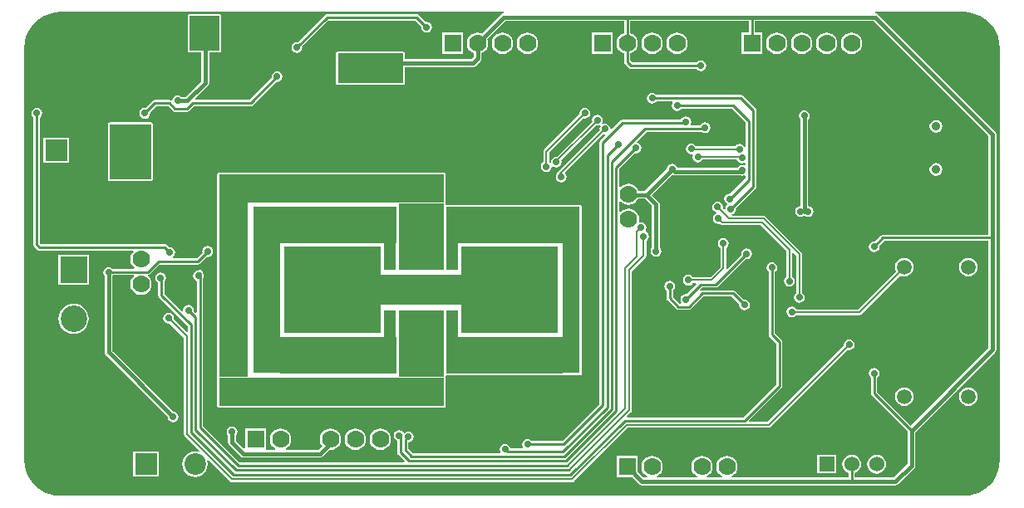
<source format=gbl>
%FSLAX43Y43*%
%MOMM*%
G71*
G01*
G75*
G04 Layer_Physical_Order=2*
G04 Layer_Color=16711680*
%ADD10R,1.270X0.508*%
%ADD11R,0.762X0.762*%
%ADD12R,2.160X2.500*%
%ADD13R,0.762X0.762*%
%ADD14R,2.300X0.500*%
%ADD15R,2.500X2.000*%
%ADD16R,6.200X5.800*%
%ADD17R,3.000X1.600*%
G04:AMPARAMS|DCode=18|XSize=2.5mm|YSize=1.7mm|CornerRadius=0.212mm|HoleSize=0mm|Usage=FLASHONLY|Rotation=90.000|XOffset=0mm|YOffset=0mm|HoleType=Round|Shape=RoundedRectangle|*
%AMROUNDEDRECTD18*
21,1,2.500,1.275,0,0,90.0*
21,1,2.075,1.700,0,0,90.0*
1,1,0.425,0.637,1.038*
1,1,0.425,0.637,-1.038*
1,1,0.425,-0.637,-1.038*
1,1,0.425,-0.637,1.038*
%
%ADD18ROUNDEDRECTD18*%
%ADD19R,1.524X1.524*%
%ADD20R,2.032X3.175*%
%ADD21R,1.000X1.000*%
%ADD22R,1.016X1.270*%
%ADD23R,3.500X2.200*%
%ADD24R,1.200X2.200*%
%ADD25R,1.100X0.600*%
%ADD26O,0.650X1.650*%
%ADD27R,5.600X2.100*%
%ADD28O,1.450X0.300*%
%ADD29O,0.300X1.450*%
%ADD30R,1.200X0.750*%
%ADD31R,1.700X2.500*%
%ADD32O,0.800X0.350*%
%ADD33R,4.400X1.900*%
%ADD34R,1.000X0.750*%
%ADD35C,0.203*%
%ADD36C,0.254*%
%ADD37C,0.406*%
%ADD38C,0.762*%
%ADD39C,0.508*%
%ADD40R,1.702X1.270*%
%ADD41R,2.667X3.302*%
%ADD42R,4.318X4.953*%
%ADD43R,2.667X15.240*%
%ADD44R,4.953X5.588*%
%ADD45R,6.604X3.556*%
%ADD46R,2.540X2.540*%
%ADD47R,1.219X0.635*%
%ADD48R,12.192X5.588*%
%ADD49R,9.119X4.715*%
%ADD50R,10.160X2.286*%
%ADD51R,4.826X5.588*%
%ADD52R,1.270X9.652*%
%ADD53R,10.262X8.890*%
%ADD54R,9.906X8.890*%
%ADD55R,1.270X13.589*%
%ADD56R,11.430X3.683*%
%ADD57R,11.836X3.683*%
%ADD58R,11.811X3.683*%
%ADD59R,1.270X11.303*%
%ADD60R,2.540X5.842*%
%ADD61R,4.064X14.732*%
%ADD62R,12.040X3.708*%
%ADD63R,2.413X8.128*%
%ADD64R,4.064X12.294*%
%ADD65R,37.160X3.708*%
%ADD66R,4.064X3.683*%
%ADD67R,2.413X3.175*%
%ADD68R,2.921X13.589*%
%ADD69R,4.826X4.064*%
%ADD70R,2.921X21.234*%
%ADD71R,0.889X0.762*%
%ADD72R,3.048X3.556*%
%ADD73R,5.461X3.302*%
%ADD74R,9.271X8.001*%
%ADD75R,4.953X8.890*%
%ADD76R,1.803X17.018*%
%ADD77C,6.500*%
%ADD78R,1.778X1.778*%
%ADD79C,1.778*%
%ADD80R,2.200X2.200*%
%ADD81C,2.200*%
%ADD82C,2.700*%
%ADD83R,2.700X2.700*%
%ADD84R,2.200X2.200*%
%ADD85C,0.900*%
%ADD86R,1.524X1.524*%
%ADD87C,1.524*%
%ADD88C,1.500*%
%ADD89C,0.700*%
%ADD90C,1.000*%
%ADD91C,0.500*%
%ADD92R,4.191X5.588*%
%ADD93R,6.604X3.048*%
%ADD94R,13.208X3.048*%
%ADD95R,1.270X2.794*%
%ADD96R,4.572X6.858*%
%ADD97R,2.794X17.018*%
%ADD98R,22.860X2.921*%
%ADD99R,2.921X18.796*%
%ADD100R,17.856X6.096*%
%ADD101R,6.350X12.700*%
%ADD102R,15.494X5.842*%
G36*
X96576Y49636D02*
X97138Y49501D01*
X97671Y49280D01*
X98164Y48978D01*
X98603Y48603D01*
X98978Y48164D01*
X99280Y47671D01*
X99501Y47138D01*
X99636Y46576D01*
X99680Y46018D01*
X99676Y46000D01*
Y4000D01*
X99680Y3982D01*
X99636Y3424D01*
X99501Y2862D01*
X99280Y2329D01*
X98978Y1836D01*
X98603Y1397D01*
X98164Y1022D01*
X97671Y720D01*
X97138Y499D01*
X96576Y364D01*
X96018Y320D01*
X96000Y324D01*
X4000D01*
X3982Y320D01*
X3424Y364D01*
X2862Y499D01*
X2329Y720D01*
X1836Y1022D01*
X1397Y1397D01*
X1022Y1836D01*
X720Y2329D01*
X499Y2862D01*
X364Y3424D01*
X320Y3982D01*
X324Y4000D01*
Y46000D01*
X320Y46018D01*
X364Y46576D01*
X499Y47138D01*
X720Y47671D01*
X1022Y48164D01*
X1397Y48603D01*
X1836Y48978D01*
X2329Y49280D01*
X2862Y49501D01*
X3424Y49636D01*
X3982Y49680D01*
X4000Y49676D01*
X49134D01*
X49146Y49550D01*
X48995Y49520D01*
X48865Y49433D01*
X46907Y47474D01*
X46764Y47534D01*
X46482Y47571D01*
X46200Y47534D01*
X45938Y47425D01*
X45712Y47252D01*
X45539Y47026D01*
X45430Y46764D01*
X45393Y46482D01*
X45430Y46200D01*
X45539Y45938D01*
X45712Y45712D01*
X45938Y45539D01*
X46081Y45480D01*
Y45124D01*
X45808Y44851D01*
X39056D01*
Y45466D01*
X39041Y45540D01*
X38999Y45603D01*
X38936Y45645D01*
X38862Y45660D01*
X32258D01*
X32184Y45645D01*
X32121Y45603D01*
X32079Y45540D01*
X32064Y45466D01*
Y42418D01*
X32079Y42344D01*
X32121Y42281D01*
X32184Y42239D01*
X32258Y42224D01*
X38862D01*
X38936Y42239D01*
X38999Y42281D01*
X39041Y42344D01*
X39056Y42418D01*
Y44049D01*
X45974D01*
X46128Y44079D01*
X46258Y44166D01*
X46258Y44166D01*
X46258Y44166D01*
X46766Y44674D01*
X46853Y44804D01*
X46883Y44958D01*
X46883Y44958D01*
X46883Y44958D01*
Y44958D01*
Y45480D01*
X47026Y45539D01*
X47252Y45712D01*
X47425Y45938D01*
X47534Y46200D01*
X47571Y46482D01*
X47534Y46764D01*
X47474Y46907D01*
X49315Y48748D01*
X61398D01*
Y47516D01*
X61178Y47425D01*
X60952Y47252D01*
X60779Y47026D01*
X60670Y46764D01*
X60633Y46482D01*
X60670Y46200D01*
X60779Y45938D01*
X60952Y45712D01*
X61178Y45539D01*
X61398Y45448D01*
Y44577D01*
X61398Y44577D01*
X61398D01*
X61423Y44453D01*
X61493Y44348D01*
X61874Y43967D01*
X61979Y43897D01*
X62103Y43872D01*
X68781D01*
X68825Y43806D01*
X69004Y43687D01*
X69215Y43645D01*
X69426Y43687D01*
X69605Y43806D01*
X69724Y43985D01*
X69766Y44196D01*
X69724Y44407D01*
X69605Y44586D01*
X69426Y44705D01*
X69215Y44747D01*
X69004Y44705D01*
X68825Y44586D01*
X68781Y44520D01*
X62237D01*
X62046Y44711D01*
Y45448D01*
X62266Y45539D01*
X62492Y45712D01*
X62665Y45938D01*
X62774Y46200D01*
X62811Y46482D01*
X62774Y46764D01*
X62665Y47026D01*
X62492Y47252D01*
X62266Y47425D01*
X62046Y47516D01*
Y48748D01*
X74098D01*
Y47562D01*
X73342D01*
Y45403D01*
X75502D01*
Y47562D01*
X74746D01*
Y48748D01*
X86829D01*
X98532Y37045D01*
Y26968D01*
X87782D01*
X87659Y26944D01*
X87553Y26874D01*
X86946Y26266D01*
X86868Y26281D01*
X86657Y26239D01*
X86478Y26120D01*
X86359Y25941D01*
X86317Y25730D01*
X86359Y25519D01*
X86478Y25341D01*
X86657Y25221D01*
X86868Y25179D01*
X87079Y25221D01*
X87258Y25341D01*
X87377Y25519D01*
X87419Y25730D01*
X87404Y25808D01*
X87916Y26321D01*
X98532D01*
Y15406D01*
X90623Y7498D01*
X87192Y10929D01*
Y12393D01*
X87258Y12437D01*
X87377Y12616D01*
X87419Y12827D01*
X87377Y13038D01*
X87258Y13217D01*
X87079Y13336D01*
X86868Y13378D01*
X86657Y13336D01*
X86478Y13217D01*
X86359Y13038D01*
X86317Y12827D01*
X86359Y12616D01*
X86478Y12437D01*
X86544Y12393D01*
Y10795D01*
X86569Y10671D01*
X86639Y10566D01*
X90277Y6929D01*
Y3595D01*
X88886Y2205D01*
X84906D01*
Y2659D01*
X85062Y2724D01*
X85261Y2877D01*
X85414Y3076D01*
X85510Y3307D01*
X85543Y3556D01*
X85510Y3805D01*
X85414Y4036D01*
X85261Y4235D01*
X85062Y4388D01*
X84831Y4484D01*
X84582Y4517D01*
X84333Y4484D01*
X84102Y4388D01*
X83903Y4235D01*
X83750Y4036D01*
X83654Y3805D01*
X83621Y3556D01*
X83654Y3307D01*
X83750Y3076D01*
X83903Y2877D01*
X84102Y2724D01*
X84258Y2659D01*
Y2205D01*
X72379D01*
X72355Y2329D01*
X72426Y2359D01*
X72652Y2532D01*
X72825Y2758D01*
X72934Y3020D01*
X72971Y3302D01*
X72934Y3584D01*
X72825Y3846D01*
X72652Y4072D01*
X72426Y4245D01*
X72164Y4354D01*
X71882Y4391D01*
X71600Y4354D01*
X71338Y4245D01*
X71112Y4072D01*
X70939Y3846D01*
X70830Y3584D01*
X70793Y3302D01*
X70830Y3020D01*
X70939Y2758D01*
X71112Y2532D01*
X71338Y2359D01*
X71409Y2329D01*
X71385Y2205D01*
X69839D01*
X69815Y2329D01*
X69886Y2359D01*
X70112Y2532D01*
X70285Y2758D01*
X70394Y3020D01*
X70431Y3302D01*
X70394Y3584D01*
X70285Y3846D01*
X70112Y4072D01*
X69886Y4245D01*
X69624Y4354D01*
X69342Y4391D01*
X69060Y4354D01*
X68798Y4245D01*
X68572Y4072D01*
X68399Y3846D01*
X68290Y3584D01*
X68253Y3302D01*
X68290Y3020D01*
X68399Y2758D01*
X68572Y2532D01*
X68798Y2359D01*
X68869Y2329D01*
X68845Y2205D01*
X64760D01*
X64735Y2329D01*
X64806Y2359D01*
X65032Y2532D01*
X65205Y2758D01*
X65314Y3020D01*
X65351Y3302D01*
X65314Y3584D01*
X65205Y3846D01*
X65032Y4072D01*
X64806Y4245D01*
X64544Y4354D01*
X64262Y4391D01*
X63980Y4354D01*
X63718Y4245D01*
X63492Y4072D01*
X63319Y3846D01*
X63210Y3584D01*
X63173Y3302D01*
X63210Y3020D01*
X63319Y2758D01*
X63492Y2532D01*
X63718Y2359D01*
X63789Y2329D01*
X63764Y2205D01*
X63387D01*
X62801Y2790D01*
Y4381D01*
X60643D01*
Y2223D01*
X62234D01*
X62937Y1520D01*
X63067Y1433D01*
X63221Y1402D01*
X89052D01*
X89206Y1433D01*
X89336Y1520D01*
X89336Y1520D01*
X89336Y1520D01*
X90962Y3145D01*
X91049Y3275D01*
X91079Y3429D01*
X91079Y3429D01*
X91079Y3429D01*
Y3429D01*
Y6819D01*
X99217Y14956D01*
X99304Y15086D01*
X99334Y15240D01*
X99334Y15240D01*
X99334Y15240D01*
Y15240D01*
Y26645D01*
Y37211D01*
X99304Y37365D01*
X99217Y37495D01*
X87279Y49433D01*
X87149Y49520D01*
X86998Y49550D01*
X87010Y49676D01*
X96000D01*
X96018Y49680D01*
X96576Y49636D01*
D02*
G37*
%LPC*%
G36*
X6874Y24930D02*
X3793D01*
Y21849D01*
X6874D01*
Y24930D01*
D02*
G37*
G36*
X96468Y11399D02*
X96222Y11366D01*
X95994Y11272D01*
X95797Y11121D01*
X95646Y10924D01*
X95552Y10696D01*
X95519Y10450D01*
X95552Y10204D01*
X95646Y9976D01*
X95797Y9779D01*
X95994Y9628D01*
X96222Y9534D01*
X96468Y9501D01*
X96714Y9534D01*
X96942Y9628D01*
X97139Y9779D01*
X97290Y9976D01*
X97384Y10204D01*
X97417Y10450D01*
X97384Y10696D01*
X97290Y10924D01*
X97139Y11121D01*
X96942Y11272D01*
X96714Y11366D01*
X96468Y11399D01*
D02*
G37*
G36*
X5334Y19938D02*
X5032Y19908D01*
X4742Y19820D01*
X4474Y19677D01*
X4239Y19484D01*
X4047Y19250D01*
X3904Y18982D01*
X3816Y18692D01*
X3786Y18390D01*
X3816Y18088D01*
X3904Y17797D01*
X4047Y17530D01*
X4239Y17295D01*
X4474Y17103D01*
X4742Y16959D01*
X5032Y16871D01*
X5334Y16842D01*
X5636Y16871D01*
X5926Y16959D01*
X6194Y17103D01*
X6429Y17295D01*
X6621Y17530D01*
X6764Y17797D01*
X6852Y18088D01*
X6882Y18390D01*
X6852Y18692D01*
X6764Y18982D01*
X6621Y19250D01*
X6429Y19484D01*
X6194Y19677D01*
X5926Y19820D01*
X5636Y19908D01*
X5334Y19938D01*
D02*
G37*
G36*
X89968Y24607D02*
X89722Y24574D01*
X89494Y24480D01*
X89297Y24329D01*
X89146Y24132D01*
X89052Y23904D01*
X89019Y23658D01*
X89052Y23412D01*
X89125Y23236D01*
X85237Y19348D01*
X78955D01*
X78876Y19466D01*
X78697Y19586D01*
X78486Y19628D01*
X78275Y19586D01*
X78096Y19466D01*
X77977Y19287D01*
X77935Y19076D01*
X77977Y18866D01*
X78096Y18687D01*
X78275Y18567D01*
X78486Y18525D01*
X78697Y18567D01*
X78876Y18687D01*
X78919Y18752D01*
X85360D01*
X85474Y18775D01*
X85571Y18839D01*
X85571Y18839D01*
X85571Y18839D01*
X89546Y22815D01*
X89722Y22742D01*
X89968Y22709D01*
X90214Y22742D01*
X90442Y22836D01*
X90639Y22987D01*
X90790Y23184D01*
X90884Y23412D01*
X90917Y23658D01*
X90884Y23904D01*
X90790Y24132D01*
X90639Y24329D01*
X90442Y24480D01*
X90214Y24574D01*
X89968Y24607D01*
D02*
G37*
G36*
X1575Y39896D02*
X1364Y39854D01*
X1185Y39734D01*
X1066Y39555D01*
X1024Y39345D01*
X1066Y39134D01*
X1185Y38955D01*
X1251Y38911D01*
Y25959D01*
X1251Y25959D01*
X1251D01*
X1276Y25835D01*
X1346Y25730D01*
X1634Y25442D01*
X1739Y25372D01*
X1863Y25347D01*
X11392D01*
X11433Y25227D01*
X11426Y25222D01*
X11253Y24996D01*
X11144Y24733D01*
X11107Y24452D01*
X11144Y24170D01*
X11253Y23907D01*
X11426Y23682D01*
X11521Y23609D01*
X11480Y23489D01*
X9290D01*
X9280Y23504D01*
X9101Y23623D01*
X8890Y23665D01*
X8679Y23623D01*
X8500Y23504D01*
X8381Y23325D01*
X8339Y23114D01*
X8381Y22903D01*
X8489Y22742D01*
Y14961D01*
X8489Y14961D01*
X8489D01*
X8519Y14807D01*
X8606Y14677D01*
X14922Y8361D01*
X14959Y8171D01*
X15079Y7992D01*
X15258Y7873D01*
X15469Y7831D01*
X15679Y7873D01*
X15858Y7992D01*
X15978Y8171D01*
X16020Y8382D01*
X15978Y8593D01*
X15858Y8772D01*
X15679Y8891D01*
X15489Y8929D01*
X9291Y15127D01*
Y22742D01*
X9358Y22841D01*
X11437D01*
X11477Y22721D01*
X11426Y22681D01*
X11253Y22456D01*
X11144Y22193D01*
X11107Y21912D01*
X11144Y21630D01*
X11253Y21367D01*
X11426Y21142D01*
X11652Y20969D01*
X11914Y20860D01*
X12196Y20823D01*
X12478Y20860D01*
X12740Y20969D01*
X12966Y21142D01*
X13139Y21367D01*
X13248Y21630D01*
X13285Y21912D01*
X13248Y22193D01*
X13139Y22456D01*
X12966Y22681D01*
X12905Y22728D01*
X12934Y22852D01*
X13002Y22866D01*
X13107Y22936D01*
X14104Y23933D01*
X18009D01*
X18132Y23958D01*
X18237Y24028D01*
X18921Y24712D01*
X18999Y24697D01*
X19210Y24738D01*
X19389Y24858D01*
X19508Y25037D01*
X19550Y25248D01*
X19508Y25458D01*
X19389Y25637D01*
X19210Y25757D01*
X18999Y25799D01*
X18788Y25757D01*
X18610Y25637D01*
X18490Y25458D01*
X18448Y25248D01*
X18464Y25170D01*
X17875Y24581D01*
X15459D01*
X15422Y24702D01*
X15503Y24756D01*
X15622Y24935D01*
X15664Y25146D01*
X15622Y25357D01*
X15503Y25536D01*
X15324Y25655D01*
X15113Y25697D01*
X15035Y25682D01*
X14817Y25900D01*
X14712Y25970D01*
X14588Y25995D01*
X1997D01*
X1899Y26093D01*
Y38911D01*
X1964Y38955D01*
X2084Y39134D01*
X2126Y39345D01*
X2084Y39555D01*
X1964Y39734D01*
X1786Y39854D01*
X1575Y39896D01*
D02*
G37*
G36*
X79756Y39667D02*
X79545Y39625D01*
X79366Y39506D01*
X79247Y39327D01*
X79205Y39116D01*
X79247Y38905D01*
X79355Y38744D01*
Y29884D01*
X79164Y29846D01*
X78985Y29727D01*
X78866Y29548D01*
X78824Y29337D01*
X78866Y29126D01*
X78985Y28947D01*
X79164Y28828D01*
X79375Y28786D01*
X79586Y28828D01*
X79749Y28937D01*
X79756Y28936D01*
X79763Y28937D01*
X79926Y28828D01*
X80137Y28786D01*
X80348Y28828D01*
X80527Y28947D01*
X80646Y29126D01*
X80688Y29337D01*
X80646Y29548D01*
X80527Y29727D01*
X80348Y29846D01*
X80157Y29884D01*
Y38744D01*
X80265Y38905D01*
X80307Y39116D01*
X80265Y39327D01*
X80146Y39506D01*
X79967Y39625D01*
X79756Y39667D01*
D02*
G37*
G36*
X96468Y24607D02*
X96222Y24574D01*
X95994Y24480D01*
X95797Y24329D01*
X95646Y24132D01*
X95552Y23904D01*
X95519Y23658D01*
X95552Y23412D01*
X95646Y23184D01*
X95797Y22987D01*
X95994Y22836D01*
X96222Y22742D01*
X96468Y22709D01*
X96714Y22742D01*
X96942Y22836D01*
X97139Y22987D01*
X97290Y23184D01*
X97384Y23412D01*
X97417Y23658D01*
X97384Y23904D01*
X97290Y24132D01*
X97139Y24329D01*
X96942Y24480D01*
X96714Y24574D01*
X96468Y24607D01*
D02*
G37*
G36*
X71501Y26611D02*
X71290Y26570D01*
X71111Y26450D01*
X70992Y26271D01*
X70950Y26060D01*
X70992Y25850D01*
X71111Y25671D01*
X71203Y25609D01*
Y23644D01*
X70184Y22624D01*
X68396D01*
X68335Y22716D01*
X68156Y22836D01*
X67945Y22878D01*
X67734Y22836D01*
X67555Y22716D01*
X67436Y22537D01*
X67394Y22327D01*
X67436Y22116D01*
X67555Y21937D01*
X67734Y21817D01*
X67945Y21776D01*
X68156Y21817D01*
X68335Y21937D01*
X68396Y22029D01*
X68725D01*
X68774Y21911D01*
X67769Y20906D01*
X67691Y20922D01*
X67480Y20880D01*
X67301Y20760D01*
X67182Y20582D01*
X67140Y20371D01*
X67182Y20160D01*
X67259Y20045D01*
X67211Y19954D01*
X67085Y19936D01*
X66389Y20632D01*
Y21258D01*
X66455Y21302D01*
X66575Y21481D01*
X66616Y21692D01*
X66575Y21902D01*
X66455Y22081D01*
X66276Y22201D01*
X66065Y22243D01*
X65855Y22201D01*
X65676Y22081D01*
X65556Y21902D01*
X65514Y21692D01*
X65556Y21481D01*
X65676Y21302D01*
X65742Y21258D01*
Y20498D01*
X65742Y20498D01*
X65742D01*
X65766Y20374D01*
X65837Y20269D01*
X66726Y19380D01*
X66725D01*
X66726Y19380D01*
X66726Y19380D01*
Y19380D01*
X66831Y19310D01*
X66954Y19285D01*
X67996D01*
X68120Y19310D01*
X68225Y19380D01*
X69501Y20657D01*
X72358D01*
X73124Y19890D01*
X73109Y19812D01*
X73151Y19601D01*
X73270Y19422D01*
X73449Y19303D01*
X73660Y19261D01*
X73871Y19303D01*
X74050Y19422D01*
X74169Y19601D01*
X74211Y19812D01*
X74169Y20023D01*
X74050Y20202D01*
X73871Y20321D01*
X73660Y20363D01*
X73582Y20348D01*
X72720Y21209D01*
X72615Y21279D01*
X72492Y21304D01*
X69367D01*
X69244Y21279D01*
X69222Y21265D01*
X69141Y21363D01*
X69349Y21571D01*
X70764D01*
X70888Y21596D01*
X70993Y21666D01*
X73811Y24483D01*
X73889Y24468D01*
X74099Y24510D01*
X74278Y24629D01*
X74398Y24808D01*
X74440Y25019D01*
X74398Y25230D01*
X74278Y25409D01*
X74099Y25528D01*
X73889Y25570D01*
X73678Y25528D01*
X73499Y25409D01*
X73379Y25230D01*
X73338Y25019D01*
X73353Y24941D01*
X71916Y23504D01*
X71799Y23553D01*
Y25609D01*
X71891Y25671D01*
X72010Y25850D01*
X72052Y26060D01*
X72010Y26271D01*
X71891Y26450D01*
X71712Y26570D01*
X71501Y26611D01*
D02*
G37*
G36*
X82994Y4509D02*
X81090D01*
Y2603D01*
X82994D01*
Y4509D01*
D02*
G37*
G36*
X21463Y7384D02*
X21252Y7342D01*
X21073Y7222D01*
X20954Y7043D01*
X20912Y6833D01*
X20954Y6622D01*
X21062Y6460D01*
Y5766D01*
X21062Y5766D01*
X21062D01*
X21092Y5612D01*
X21179Y5482D01*
X22322Y4339D01*
X22452Y4252D01*
X22606Y4221D01*
X30404D01*
X30557Y4252D01*
X30688Y4339D01*
X30688Y4339D01*
X30688Y4339D01*
X31372Y5023D01*
X31496Y5007D01*
X31778Y5044D01*
X32040Y5153D01*
X32266Y5326D01*
X32439Y5552D01*
X32548Y5814D01*
X32585Y6096D01*
X32548Y6378D01*
X32439Y6640D01*
X32266Y6866D01*
X32040Y7039D01*
X31778Y7148D01*
X31496Y7185D01*
X31214Y7148D01*
X30952Y7039D01*
X30726Y6866D01*
X30553Y6640D01*
X30444Y6378D01*
X30407Y6096D01*
X30444Y5814D01*
X30553Y5552D01*
X30645Y5432D01*
X30238Y5024D01*
X26975D01*
X26950Y5149D01*
X26960Y5153D01*
X27186Y5326D01*
X27359Y5552D01*
X27468Y5814D01*
X27505Y6096D01*
X27468Y6378D01*
X27359Y6640D01*
X27186Y6866D01*
X26960Y7039D01*
X26698Y7148D01*
X26416Y7185D01*
X26134Y7148D01*
X25872Y7039D01*
X25646Y6866D01*
X25473Y6640D01*
X25364Y6378D01*
X25327Y6096D01*
X25364Y5814D01*
X25473Y5552D01*
X25646Y5326D01*
X25872Y5153D01*
X25882Y5149D01*
X25857Y5024D01*
X24955D01*
Y7175D01*
X22796D01*
Y5166D01*
X22679Y5117D01*
X21864Y5932D01*
Y6460D01*
X21972Y6622D01*
X22014Y6833D01*
X21972Y7043D01*
X21853Y7222D01*
X21674Y7342D01*
X21463Y7384D01*
D02*
G37*
G36*
X13991Y4846D02*
X11410D01*
Y2266D01*
X13991D01*
Y4846D01*
D02*
G37*
G36*
X87122Y4517D02*
X86873Y4484D01*
X86642Y4388D01*
X86443Y4235D01*
X86290Y4036D01*
X86194Y3805D01*
X86161Y3556D01*
X86194Y3307D01*
X86290Y3076D01*
X86443Y2877D01*
X86642Y2724D01*
X86873Y2628D01*
X87122Y2595D01*
X87371Y2628D01*
X87602Y2724D01*
X87801Y2877D01*
X87954Y3076D01*
X88050Y3307D01*
X88083Y3556D01*
X88050Y3805D01*
X87954Y4036D01*
X87801Y4235D01*
X87602Y4388D01*
X87371Y4484D01*
X87122Y4517D01*
D02*
G37*
G36*
X43028Y33316D02*
X20168D01*
X20093Y33301D01*
X20030Y33259D01*
X19988Y33196D01*
X19973Y33122D01*
Y31217D01*
Y30201D01*
Y12421D01*
Y9500D01*
X19988Y9425D01*
X20030Y9362D01*
X20093Y9320D01*
X20168Y9305D01*
X43028D01*
X43102Y9320D01*
X43165Y9362D01*
X43207Y9425D01*
X43222Y9500D01*
Y12421D01*
Y12558D01*
X43282Y12607D01*
X55093D01*
X55093Y12607D01*
X56896D01*
X56970Y12622D01*
X57033Y12664D01*
X57075Y12727D01*
X57090Y12802D01*
Y29820D01*
X57075Y29894D01*
X57033Y29957D01*
X56970Y29999D01*
X56896Y30014D01*
X43282D01*
X43222Y30063D01*
Y30201D01*
Y33122D01*
X43207Y33196D01*
X43165Y33259D01*
X43102Y33301D01*
X43028Y33316D01*
D02*
G37*
G36*
X89968Y11399D02*
X89722Y11366D01*
X89494Y11272D01*
X89297Y11121D01*
X89146Y10924D01*
X89052Y10696D01*
X89019Y10450D01*
X89052Y10204D01*
X89146Y9976D01*
X89297Y9779D01*
X89494Y9628D01*
X89722Y9534D01*
X89968Y9501D01*
X90214Y9534D01*
X90442Y9628D01*
X90639Y9779D01*
X90790Y9976D01*
X90884Y10204D01*
X90917Y10450D01*
X90884Y10696D01*
X90790Y10924D01*
X90639Y11121D01*
X90442Y11272D01*
X90214Y11366D01*
X89968Y11399D01*
D02*
G37*
G36*
X34036Y7185D02*
X33754Y7148D01*
X33492Y7039D01*
X33266Y6866D01*
X33093Y6640D01*
X32984Y6378D01*
X32947Y6096D01*
X32984Y5814D01*
X33093Y5552D01*
X33266Y5326D01*
X33492Y5153D01*
X33754Y5044D01*
X34036Y5007D01*
X34318Y5044D01*
X34580Y5153D01*
X34806Y5326D01*
X34979Y5552D01*
X35088Y5814D01*
X35125Y6096D01*
X35088Y6378D01*
X34979Y6640D01*
X34806Y6866D01*
X34580Y7039D01*
X34318Y7148D01*
X34036Y7185D01*
D02*
G37*
G36*
X36576Y7185D02*
X36294Y7148D01*
X36032Y7039D01*
X35806Y6866D01*
X35633Y6640D01*
X35524Y6378D01*
X35487Y6096D01*
X35524Y5814D01*
X35633Y5552D01*
X35806Y5326D01*
X36032Y5153D01*
X36294Y5044D01*
X36576Y5007D01*
X36858Y5044D01*
X37120Y5153D01*
X37346Y5326D01*
X37519Y5552D01*
X37628Y5814D01*
X37665Y6096D01*
X37628Y6378D01*
X37519Y6640D01*
X37346Y6866D01*
X37120Y7039D01*
X36858Y7148D01*
X36576Y7185D01*
D02*
G37*
G36*
X66802Y47571D02*
X66520Y47534D01*
X66258Y47425D01*
X66032Y47252D01*
X65859Y47026D01*
X65750Y46764D01*
X65713Y46482D01*
X65750Y46200D01*
X65859Y45938D01*
X66032Y45712D01*
X66258Y45539D01*
X66520Y45430D01*
X66802Y45393D01*
X67084Y45430D01*
X67346Y45539D01*
X67572Y45712D01*
X67745Y45938D01*
X67854Y46200D01*
X67891Y46482D01*
X67854Y46764D01*
X67745Y47026D01*
X67572Y47252D01*
X67346Y47425D01*
X67084Y47534D01*
X66802Y47571D01*
D02*
G37*
G36*
X82042D02*
X81760Y47534D01*
X81498Y47425D01*
X81272Y47252D01*
X81099Y47026D01*
X80990Y46764D01*
X80953Y46482D01*
X80990Y46200D01*
X81099Y45938D01*
X81272Y45712D01*
X81498Y45539D01*
X81760Y45430D01*
X82042Y45393D01*
X82324Y45430D01*
X82586Y45539D01*
X82812Y45712D01*
X82985Y45938D01*
X83094Y46200D01*
X83131Y46482D01*
X83094Y46764D01*
X82985Y47026D01*
X82812Y47252D01*
X82586Y47425D01*
X82324Y47534D01*
X82042Y47571D01*
D02*
G37*
G36*
X79502Y47571D02*
X79220Y47534D01*
X78958Y47425D01*
X78732Y47252D01*
X78559Y47026D01*
X78450Y46764D01*
X78413Y46482D01*
X78450Y46200D01*
X78559Y45938D01*
X78732Y45712D01*
X78958Y45539D01*
X79220Y45430D01*
X79502Y45393D01*
X79784Y45430D01*
X80046Y45539D01*
X80272Y45712D01*
X80445Y45938D01*
X80554Y46200D01*
X80591Y46482D01*
X80554Y46764D01*
X80445Y47026D01*
X80272Y47252D01*
X80046Y47425D01*
X79784Y47534D01*
X79502Y47571D01*
D02*
G37*
G36*
X51562Y47571D02*
X51280Y47534D01*
X51018Y47425D01*
X50792Y47252D01*
X50619Y47026D01*
X50510Y46764D01*
X50473Y46482D01*
X50510Y46200D01*
X50619Y45938D01*
X50792Y45712D01*
X51018Y45539D01*
X51280Y45430D01*
X51562Y45393D01*
X51844Y45430D01*
X52106Y45539D01*
X52332Y45712D01*
X52505Y45938D01*
X52614Y46200D01*
X52651Y46482D01*
X52614Y46764D01*
X52505Y47026D01*
X52332Y47252D01*
X52106Y47425D01*
X51844Y47534D01*
X51562Y47571D01*
D02*
G37*
G36*
X60262Y47562D02*
X58103D01*
Y45403D01*
X60262D01*
Y47562D01*
D02*
G37*
G36*
X40259Y49473D02*
X31166D01*
X31042Y49448D01*
X30937Y49378D01*
X28145Y46586D01*
X28067Y46601D01*
X27856Y46559D01*
X27677Y46440D01*
X27558Y46261D01*
X27516Y46050D01*
X27558Y45839D01*
X27677Y45661D01*
X27856Y45541D01*
X28067Y45499D01*
X28278Y45541D01*
X28457Y45661D01*
X28576Y45839D01*
X28618Y46050D01*
X28603Y46128D01*
X31300Y48825D01*
X40125D01*
X40739Y48211D01*
X40724Y48133D01*
X40766Y47922D01*
X40885Y47743D01*
X41064Y47624D01*
X41275Y47582D01*
X41486Y47624D01*
X41665Y47743D01*
X41784Y47922D01*
X41826Y48133D01*
X41784Y48344D01*
X41665Y48523D01*
X41486Y48642D01*
X41275Y48684D01*
X41197Y48669D01*
X40488Y49378D01*
X40383Y49448D01*
X40259Y49473D01*
D02*
G37*
G36*
X84582Y47571D02*
X84300Y47534D01*
X84038Y47425D01*
X83812Y47252D01*
X83639Y47026D01*
X83530Y46764D01*
X83493Y46482D01*
X83530Y46200D01*
X83639Y45938D01*
X83812Y45712D01*
X84038Y45539D01*
X84300Y45430D01*
X84582Y45393D01*
X84864Y45430D01*
X85126Y45539D01*
X85352Y45712D01*
X85525Y45938D01*
X85634Y46200D01*
X85671Y46482D01*
X85634Y46764D01*
X85525Y47026D01*
X85352Y47252D01*
X85126Y47425D01*
X84864Y47534D01*
X84582Y47571D01*
D02*
G37*
G36*
X45021Y47562D02*
X42862D01*
Y45403D01*
X45021D01*
Y47562D01*
D02*
G37*
G36*
X64262Y47571D02*
X63980Y47534D01*
X63718Y47425D01*
X63492Y47252D01*
X63319Y47026D01*
X63210Y46764D01*
X63173Y46482D01*
X63210Y46200D01*
X63319Y45938D01*
X63492Y45712D01*
X63718Y45539D01*
X63980Y45430D01*
X64262Y45393D01*
X64544Y45430D01*
X64806Y45539D01*
X65032Y45712D01*
X65205Y45938D01*
X65314Y46200D01*
X65351Y46482D01*
X65314Y46764D01*
X65205Y47026D01*
X65032Y47252D01*
X64806Y47425D01*
X64544Y47534D01*
X64262Y47571D01*
D02*
G37*
G36*
X4846Y36850D02*
X2266D01*
Y34270D01*
X4846D01*
Y36850D01*
D02*
G37*
G36*
X64262Y41445D02*
X64051Y41403D01*
X63872Y41284D01*
X63753Y41105D01*
X63711Y40894D01*
X63753Y40683D01*
X63872Y40504D01*
X64051Y40385D01*
X64262Y40343D01*
X64473Y40385D01*
X64652Y40504D01*
X64696Y40570D01*
X66310D01*
X66370Y40458D01*
X66293Y40343D01*
X66251Y40132D01*
X66293Y39921D01*
X66412Y39742D01*
X66591Y39623D01*
X66802Y39581D01*
X67013Y39623D01*
X67192Y39742D01*
X67236Y39808D01*
X72383D01*
X73768Y38423D01*
Y35957D01*
X73647Y35920D01*
X73542Y36077D01*
X73363Y36196D01*
X73152Y36238D01*
X72941Y36196D01*
X72762Y36077D01*
X72701Y35985D01*
X68718D01*
X68639Y36102D01*
X68461Y36222D01*
X68250Y36263D01*
X68039Y36222D01*
X67860Y36102D01*
X67741Y35923D01*
X67699Y35712D01*
X67741Y35502D01*
X67860Y35323D01*
X68039Y35203D01*
X68250Y35161D01*
X68282Y35168D01*
X68420Y35076D01*
X68378Y34865D01*
X68420Y34654D01*
X68540Y34475D01*
X68718Y34356D01*
X68929Y34314D01*
X69140Y34356D01*
X69319Y34475D01*
X69420Y34627D01*
X72889D01*
X72897Y34587D01*
X73016Y34408D01*
X73195Y34289D01*
X73406Y34247D01*
X73617Y34289D01*
X73656Y34315D01*
X73768Y34255D01*
Y34071D01*
X73656Y34011D01*
X73617Y34037D01*
X73406Y34079D01*
X73195Y34037D01*
X73016Y33918D01*
X72939Y33802D01*
X66816D01*
X66803Y33866D01*
X66684Y34045D01*
X66505Y34164D01*
X66294Y34206D01*
X66083Y34164D01*
X65904Y34045D01*
X65785Y33866D01*
X65747Y33676D01*
X63504Y31432D01*
X62901D01*
X62817Y31634D01*
X62644Y31860D01*
X62419Y32033D01*
X62156Y32141D01*
X61874Y32178D01*
X61593Y32141D01*
X61330Y32033D01*
X61104Y31860D01*
X61048Y31786D01*
X60928Y31827D01*
Y33673D01*
X62533Y35278D01*
X62611Y35263D01*
X62822Y35305D01*
X63001Y35424D01*
X63120Y35603D01*
X63162Y35814D01*
X63120Y36025D01*
X63001Y36204D01*
X62822Y36323D01*
X62737Y36340D01*
X62700Y36462D01*
X63679Y37440D01*
X69385D01*
X69455Y37394D01*
X69666Y37352D01*
X69877Y37394D01*
X70056Y37513D01*
X70175Y37692D01*
X70217Y37903D01*
X70175Y38114D01*
X70056Y38292D01*
X69877Y38412D01*
X69666Y38454D01*
X69455Y38412D01*
X69277Y38292D01*
X69157Y38114D01*
X69152Y38088D01*
X68213D01*
X68153Y38200D01*
X68200Y38270D01*
X68242Y38481D01*
X68200Y38692D01*
X68081Y38871D01*
X67902Y38990D01*
X67691Y39032D01*
X67480Y38990D01*
X67301Y38871D01*
X67182Y38692D01*
X67179Y38678D01*
X61214D01*
X61090Y38653D01*
X60985Y38583D01*
X60116Y37714D01*
X60012Y37770D01*
X59971Y37981D01*
X59851Y38159D01*
X59672Y38279D01*
X59461Y38321D01*
X59251Y38279D01*
X59241Y38273D01*
X59152Y38363D01*
X59209Y38448D01*
X59250Y38659D01*
X59209Y38870D01*
X59089Y39048D01*
X58910Y39168D01*
X58699Y39210D01*
X58489Y39168D01*
X58310Y39048D01*
X58190Y38870D01*
X58148Y38659D01*
X58170Y38550D01*
X54532Y34913D01*
X54508Y34917D01*
X54298Y34875D01*
X54119Y34756D01*
X53999Y34577D01*
X53957Y34366D01*
D01*
X53863Y34347D01*
X53765Y34428D01*
Y35310D01*
X57296Y38840D01*
X57404Y38819D01*
X57615Y38861D01*
X57794Y38980D01*
X57913Y39159D01*
X57955Y39370D01*
X57913Y39581D01*
X57794Y39760D01*
X57615Y39879D01*
X57404Y39921D01*
X57193Y39879D01*
X57014Y39760D01*
X56895Y39581D01*
X56853Y39370D01*
X56874Y39262D01*
X53256Y35644D01*
X53192Y35547D01*
X53169Y35433D01*
Y34360D01*
X53077Y34299D01*
X52958Y34120D01*
X52916Y33909D01*
X52958Y33698D01*
X53077Y33519D01*
X53256Y33400D01*
X53467Y33358D01*
X53678Y33400D01*
X53857Y33519D01*
X53976Y33698D01*
X54018Y33909D01*
X54298Y33857D01*
X54298Y33857D01*
X54298Y33857D01*
X54508Y33815D01*
X54719Y33857D01*
X54898Y33977D01*
X55018Y34155D01*
X55059Y34366D01*
X55021Y34559D01*
X58591Y38129D01*
X58699Y38108D01*
X58910Y38150D01*
X58919Y38156D01*
X59009Y38066D01*
X58952Y37981D01*
X58910Y37770D01*
X58932Y37661D01*
X54653Y33383D01*
X54589Y33286D01*
X54568Y33182D01*
X54482Y33053D01*
X54440Y32842D01*
X54482Y32631D01*
X54601Y32453D01*
X54780Y32333D01*
X54991Y32291D01*
X55202Y32333D01*
X55381Y32453D01*
X55500Y32631D01*
X55542Y32842D01*
X55500Y33053D01*
X55381Y33232D01*
X55377Y33265D01*
X59341Y37228D01*
X59466Y37209D01*
X59517Y37115D01*
X59004Y36602D01*
X58934Y36497D01*
X58909Y36373D01*
Y9684D01*
X55136Y5912D01*
X51996D01*
X51952Y5978D01*
X51773Y6097D01*
X51562Y6139D01*
X51351Y6097D01*
X51172Y5978D01*
X51053Y5799D01*
X51011Y5588D01*
X51053Y5377D01*
X51130Y5262D01*
X51070Y5150D01*
X49813D01*
X49785Y5291D01*
X49666Y5470D01*
X49487Y5589D01*
X49276Y5631D01*
X49065Y5589D01*
X48886Y5470D01*
X48767Y5291D01*
X48725Y5080D01*
X48767Y4869D01*
X48827Y4779D01*
X48767Y4667D01*
X39885D01*
X39440Y5112D01*
Y5794D01*
X39446Y5799D01*
X39657Y5841D01*
X39836Y5960D01*
X39955Y6139D01*
X39997Y6350D01*
X39955Y6561D01*
X39836Y6740D01*
X39657Y6859D01*
X39446Y6901D01*
X39235Y6859D01*
X39057Y6740D01*
X38874Y6862D01*
X38871Y6867D01*
X38692Y6986D01*
X38481Y7028D01*
X38270Y6986D01*
X38091Y6867D01*
X37972Y6688D01*
X37930Y6477D01*
X37972Y6266D01*
X38091Y6087D01*
X38270Y5968D01*
X38284Y5965D01*
Y4750D01*
X38309Y4626D01*
X38379Y4521D01*
X39030Y3870D01*
X38981Y3753D01*
X22232D01*
X18536Y7449D01*
Y22498D01*
X18569Y22548D01*
X18610Y22758D01*
X18569Y22969D01*
X18536Y23019D01*
Y23074D01*
X18511Y23198D01*
X18441Y23303D01*
X18336Y23373D01*
X18212Y23398D01*
X18088Y23373D01*
X17983Y23303D01*
X17972Y23292D01*
X17849Y23268D01*
X17670Y23148D01*
X17550Y22969D01*
X17508Y22758D01*
X17550Y22548D01*
X17670Y22369D01*
X17849Y22249D01*
X17888Y22241D01*
Y19032D01*
X17771Y18984D01*
X17579Y19175D01*
X17594Y19253D01*
X17553Y19464D01*
X17433Y19643D01*
X17254Y19762D01*
X17043Y19804D01*
X16833Y19762D01*
X16654Y19643D01*
X16534Y19464D01*
X16492Y19253D01*
X16508Y19174D01*
X16396Y19114D01*
X14599Y20911D01*
Y22181D01*
X14708Y22344D01*
X14750Y22555D01*
X14708Y22766D01*
X14588Y22945D01*
X14409Y23064D01*
X14199Y23106D01*
X13988Y23064D01*
X13809Y22945D01*
X13689Y22766D01*
X13648Y22555D01*
X13689Y22344D01*
X13809Y22166D01*
X13951Y22071D01*
Y20777D01*
X13951Y20777D01*
X13951D01*
X13976Y20653D01*
X14046Y20548D01*
X16974Y17621D01*
Y17070D01*
X16856Y17022D01*
X15544Y18335D01*
X15565Y18443D01*
X15523Y18654D01*
X15404Y18833D01*
X15225Y18952D01*
X15014Y18994D01*
X14803Y18952D01*
X14624Y18833D01*
X14505Y18654D01*
X14463Y18443D01*
X14505Y18232D01*
X14624Y18053D01*
X14803Y17934D01*
X15014Y17892D01*
X15122Y17913D01*
X16568Y16468D01*
Y6614D01*
X16590Y6500D01*
X16655Y6403D01*
X18162Y4896D01*
X18092Y4791D01*
X18037Y4813D01*
X17700Y4858D01*
X17363Y4813D01*
X17049Y4683D01*
X16780Y4476D01*
X16573Y4207D01*
X16443Y3893D01*
X16398Y3556D01*
X16443Y3219D01*
X16573Y2905D01*
X16780Y2636D01*
X17049Y2429D01*
X17363Y2299D01*
X17700Y2254D01*
X18037Y2299D01*
X18351Y2429D01*
X18620Y2636D01*
X18827Y2905D01*
X18957Y3219D01*
X19002Y3556D01*
X18957Y3893D01*
X18935Y3948D01*
X19040Y4018D01*
X21262Y1796D01*
X21359Y1731D01*
X21473Y1709D01*
X56107D01*
X56221Y1731D01*
X56318Y1796D01*
X61793Y7271D01*
X76149D01*
X76263Y7294D01*
X76360Y7359D01*
X76360Y7359D01*
X76360Y7359D01*
X84220Y15218D01*
X84328Y15197D01*
X84539Y15239D01*
X84718Y15358D01*
X84837Y15537D01*
X84879Y15748D01*
X84837Y15959D01*
X84718Y16138D01*
X84539Y16257D01*
X84328Y16299D01*
X84117Y16257D01*
X83938Y16138D01*
X83819Y15959D01*
X83777Y15748D01*
X83798Y15640D01*
X76026Y7867D01*
X74150D01*
X74101Y7984D01*
X77445Y11328D01*
X77515Y11433D01*
X77540Y11557D01*
X77540Y11557D01*
X77540Y11557D01*
Y11557D01*
Y16002D01*
X77515Y16126D01*
X77445Y16231D01*
X76778Y16898D01*
Y23188D01*
X76844Y23232D01*
X76963Y23411D01*
X77005Y23622D01*
X76963Y23833D01*
X76844Y24012D01*
X76665Y24131D01*
X76454Y24173D01*
X76243Y24131D01*
X76064Y24012D01*
X75945Y23833D01*
X75903Y23622D01*
X75945Y23411D01*
X76064Y23232D01*
X76130Y23188D01*
Y16764D01*
X76130Y16764D01*
X76130D01*
X76155Y16640D01*
X76225Y16535D01*
X76892Y15868D01*
Y11691D01*
X73526Y8325D01*
X61755D01*
X61707Y8442D01*
X62110Y8846D01*
X62175Y8942D01*
X62175Y8942D01*
X62175Y8942D01*
X62198Y9056D01*
Y23229D01*
X63584Y24615D01*
X63648Y24711D01*
X63671Y24825D01*
Y26346D01*
X63763Y26407D01*
X63882Y26586D01*
X63924Y26797D01*
X63882Y27008D01*
X63763Y27187D01*
X63629Y27276D01*
X63604Y27401D01*
X63654Y27475D01*
X63695Y27686D01*
X63654Y27897D01*
X63534Y28076D01*
X63355Y28195D01*
X63144Y28237D01*
X63047Y28218D01*
X62995Y28239D01*
X62930Y28300D01*
X62963Y28550D01*
X62926Y28831D01*
X62817Y29094D01*
X62644Y29319D01*
X62419Y29493D01*
X62156Y29601D01*
X61874Y29638D01*
X61593Y29601D01*
X61330Y29493D01*
X61104Y29319D01*
X61048Y29246D01*
X60928Y29287D01*
Y30352D01*
X61048Y30393D01*
X61104Y30320D01*
X61330Y30147D01*
X61593Y30038D01*
X61874Y30001D01*
X62156Y30038D01*
X62419Y30147D01*
X62644Y30320D01*
X62817Y30545D01*
X62852Y30629D01*
X63504D01*
X64242Y29891D01*
Y25645D01*
X64134Y25484D01*
X64092Y25273D01*
X64134Y25062D01*
X64253Y24883D01*
X64432Y24764D01*
X64643Y24722D01*
X64854Y24764D01*
X65033Y24883D01*
X65152Y25062D01*
X65194Y25273D01*
X65152Y25484D01*
X65044Y25645D01*
Y30058D01*
X65014Y30211D01*
X64927Y30341D01*
X64237Y31031D01*
X66300Y33093D01*
X66394Y33030D01*
X66548Y33000D01*
X73292D01*
X73406Y32977D01*
X73617Y33019D01*
X73656Y33045D01*
X73768Y32985D01*
Y32697D01*
X72214Y31143D01*
X72136Y31158D01*
X71925Y31116D01*
X71746Y30997D01*
X71627Y30818D01*
X71585Y30607D01*
X71627Y30396D01*
X71746Y30217D01*
X71892Y30120D01*
Y29993D01*
X71873Y29981D01*
X71754Y29802D01*
X71714Y29602D01*
X71593Y29565D01*
X71472Y29686D01*
X71493Y29794D01*
X71451Y30005D01*
X71332Y30184D01*
X71153Y30303D01*
X70942Y30345D01*
X70731Y30303D01*
X70553Y30184D01*
X70433Y30005D01*
X70391Y29794D01*
X70433Y29583D01*
X70553Y29405D01*
X70731Y29285D01*
X70815Y29268D01*
Y29141D01*
X70782Y29135D01*
X70603Y29015D01*
X70484Y28837D01*
X70442Y28626D01*
X70484Y28415D01*
X70603Y28236D01*
X70782Y28117D01*
X70993Y28075D01*
X71101Y28096D01*
X71189Y28009D01*
X71285Y27944D01*
X71399Y27922D01*
X75315D01*
X77934Y25302D01*
Y22676D01*
X77842Y22615D01*
X77723Y22436D01*
X77681Y22225D01*
X77723Y22014D01*
X77842Y21835D01*
X78021Y21716D01*
X78232Y21674D01*
X78443Y21716D01*
X78622Y21835D01*
X78741Y22014D01*
X78783Y22225D01*
X78741Y22436D01*
X78622Y22615D01*
X78530Y22676D01*
Y25115D01*
X78647Y25164D01*
X78950Y24861D01*
Y21025D01*
X78858Y20964D01*
X78739Y20785D01*
X78697Y20574D01*
X78739Y20363D01*
X78858Y20184D01*
X79037Y20065D01*
X79248Y20023D01*
X79459Y20065D01*
X79638Y20184D01*
X79757Y20363D01*
X79799Y20574D01*
X79757Y20785D01*
X79638Y20964D01*
X79546Y21025D01*
Y24984D01*
X79523Y25098D01*
X79459Y25195D01*
X75817Y28836D01*
X75720Y28901D01*
X75606Y28924D01*
X72400D01*
X72351Y29041D01*
X72372Y29062D01*
X72474Y29082D01*
X72653Y29201D01*
X72772Y29380D01*
X72814Y29591D01*
X72799Y29669D01*
X74778Y31648D01*
X74848Y31753D01*
X74873Y31877D01*
Y39624D01*
X74848Y39748D01*
X74778Y39853D01*
X73508Y41123D01*
X73403Y41193D01*
X73279Y41218D01*
X64696D01*
X64652Y41284D01*
X64473Y41403D01*
X64262Y41445D01*
D02*
G37*
G36*
X13208Y38421D02*
X9017D01*
X8943Y38406D01*
X8880Y38364D01*
X8838Y38301D01*
X8823Y38227D01*
Y32639D01*
X8838Y32565D01*
X8880Y32502D01*
X8943Y32460D01*
X9017Y32445D01*
X13208D01*
X13282Y32460D01*
X13345Y32502D01*
X13387Y32565D01*
X13402Y32639D01*
Y38227D01*
X13387Y38301D01*
X13345Y38364D01*
X13282Y38406D01*
X13208Y38421D01*
D02*
G37*
G36*
X93188Y34267D02*
X92938Y34217D01*
X92726Y34076D01*
X92585Y33864D01*
X92535Y33614D01*
X92585Y33364D01*
X92726Y33152D01*
X92938Y33011D01*
X93188Y32961D01*
X93438Y33011D01*
X93650Y33152D01*
X93791Y33364D01*
X93841Y33614D01*
X93791Y33864D01*
X93650Y34076D01*
X93438Y34217D01*
X93188Y34267D01*
D02*
G37*
G36*
X76962Y47571D02*
X76680Y47534D01*
X76418Y47425D01*
X76192Y47252D01*
X76019Y47026D01*
X75910Y46764D01*
X75873Y46482D01*
X75910Y46200D01*
X76019Y45938D01*
X76192Y45712D01*
X76418Y45539D01*
X76680Y45430D01*
X76962Y45393D01*
X77244Y45430D01*
X77506Y45539D01*
X77732Y45712D01*
X77905Y45938D01*
X78014Y46200D01*
X78051Y46482D01*
X78014Y46764D01*
X77905Y47026D01*
X77732Y47252D01*
X77506Y47425D01*
X77244Y47534D01*
X76962Y47571D01*
D02*
G37*
G36*
X49022Y47571D02*
X48740Y47534D01*
X48478Y47425D01*
X48252Y47252D01*
X48079Y47026D01*
X47970Y46764D01*
X47933Y46482D01*
X47970Y46200D01*
X48079Y45938D01*
X48252Y45712D01*
X48478Y45539D01*
X48740Y45430D01*
X49022Y45393D01*
X49304Y45430D01*
X49566Y45539D01*
X49792Y45712D01*
X49965Y45938D01*
X50074Y46200D01*
X50111Y46482D01*
X50074Y46764D01*
X49965Y47026D01*
X49792Y47252D01*
X49566Y47425D01*
X49304Y47534D01*
X49022Y47571D01*
D02*
G37*
G36*
X93188Y38667D02*
X92938Y38617D01*
X92726Y38476D01*
X92585Y38264D01*
X92535Y38014D01*
X92585Y37764D01*
X92726Y37552D01*
X92938Y37411D01*
X93188Y37361D01*
X93438Y37411D01*
X93650Y37552D01*
X93791Y37764D01*
X93841Y38014D01*
X93791Y38264D01*
X93650Y38476D01*
X93438Y38617D01*
X93188Y38667D01*
D02*
G37*
G36*
X20193Y49470D02*
X17145D01*
X17071Y49455D01*
X17008Y49413D01*
X16966Y49350D01*
X16951Y49276D01*
Y45720D01*
X16966Y45646D01*
X17008Y45583D01*
X17071Y45541D01*
X17145Y45526D01*
X18354D01*
Y42619D01*
X16750Y41016D01*
X16298D01*
X16137Y41124D01*
X15926Y41166D01*
X15715Y41124D01*
X15536Y41004D01*
X15417Y40825D01*
X15391Y40695D01*
X15273Y40646D01*
X15215Y40685D01*
X15091Y40710D01*
X13614D01*
X13491Y40685D01*
X13385Y40615D01*
X12651Y39880D01*
X12573Y39896D01*
X12362Y39854D01*
X12183Y39734D01*
X12064Y39555D01*
X12022Y39345D01*
X12064Y39134D01*
X12183Y38955D01*
X12362Y38835D01*
X12573Y38794D01*
X12784Y38835D01*
X12963Y38955D01*
X13082Y39134D01*
X13124Y39345D01*
X13109Y39422D01*
X13748Y40062D01*
X14957D01*
X15415Y39604D01*
X15520Y39534D01*
X15644Y39509D01*
X16889D01*
X17013Y39534D01*
X17118Y39604D01*
X17118Y39604D01*
X17118Y39604D01*
X17576Y40062D01*
X23368D01*
X23492Y40087D01*
X23597Y40157D01*
X23597Y40157D01*
X23597Y40157D01*
X25983Y42543D01*
X26060Y42527D01*
X26271Y42569D01*
X26450Y42689D01*
X26570Y42868D01*
X26611Y43078D01*
X26570Y43289D01*
X26450Y43468D01*
X26271Y43588D01*
X26060Y43629D01*
X25850Y43588D01*
X25671Y43468D01*
X25551Y43289D01*
X25509Y43078D01*
X25525Y43001D01*
X23234Y40710D01*
X17745D01*
X17697Y40827D01*
X19039Y42169D01*
X19126Y42300D01*
X19156Y42453D01*
X19156Y42453D01*
X19156Y42453D01*
Y42453D01*
Y45526D01*
X20193D01*
X20267Y45541D01*
X20330Y45583D01*
X20372Y45646D01*
X20387Y45720D01*
Y49276D01*
X20372Y49350D01*
X20330Y49413D01*
X20267Y49455D01*
X20193Y49470D01*
D02*
G37*
%LPD*%
D35*
X54508Y34468D02*
X58699Y38659D01*
X54508Y34366D02*
Y34468D01*
X79248Y20574D02*
Y24984D01*
X75606Y28626D02*
X79248Y24984D01*
X72111Y28626D02*
X75606D01*
X70942Y29794D02*
X72111Y28626D01*
X71399Y28219D02*
X75438D01*
X70993Y28626D02*
X71399Y28219D01*
X75438D02*
X78232Y25425D01*
Y22225D02*
Y25425D01*
X71501Y23520D02*
Y26060D01*
X70307Y22327D02*
X71501Y23520D01*
X67945Y22327D02*
X70307D01*
X63373Y24825D02*
Y26797D01*
X68428Y35712D02*
X68453Y35687D01*
X73152D01*
X69088Y34925D02*
X73279D01*
X85360Y19050D02*
X89968Y23658D01*
X78639Y19050D02*
X85360D01*
X78486Y19203D02*
X78639Y19050D01*
X62687Y24714D02*
Y27260D01*
X63105Y27678D01*
X16866Y6614D02*
Y16591D01*
X15014Y18443D02*
X16866Y16591D01*
Y6614D02*
X21473Y2007D01*
X56107D01*
X61670Y7569D01*
X76149D01*
X84328Y15748D01*
X61900Y23352D02*
X63373Y24825D01*
X55790Y2946D02*
X61900Y9056D01*
Y23352D01*
X61493Y9261D02*
Y23520D01*
X62687Y24714D01*
X55662Y3429D02*
X61493Y9261D01*
X53467Y35433D02*
X57404Y39370D01*
X53467Y33909D02*
Y35433D01*
X54864Y33172D02*
X59461Y37770D01*
X54864Y32842D02*
Y33172D01*
D36*
X61491Y8001D02*
X73660D01*
X63545Y37764D02*
X69528D01*
X61214Y38354D02*
X67818D01*
X67691Y38481D02*
X67818Y38354D01*
X72517Y40132D02*
X74092Y38557D01*
X73279Y40894D02*
X74549Y39624D01*
X64262Y40894D02*
X73279D01*
X66802Y40132D02*
X72517D01*
X61722Y44577D02*
Y46482D01*
Y44577D02*
X62103Y44196D01*
X69215D01*
X23368Y40386D02*
X26060Y43078D01*
X14588Y25671D02*
X15113Y25146D01*
X16889Y39833D02*
X17442Y40386D01*
X23368D01*
X86868Y10795D02*
X90678Y6985D01*
X86868Y10795D02*
Y12827D01*
X74422Y46482D02*
Y49149D01*
X84582Y2057D02*
Y3556D01*
X40259Y49149D02*
X41275Y48133D01*
X31166Y49149D02*
X40259D01*
X28067Y46050D02*
X31166Y49149D01*
X8941Y23165D02*
X12878D01*
X13970Y24257D01*
X61722Y46482D02*
Y49149D01*
X72263Y29591D02*
X74549Y31877D01*
Y39624D01*
X72136Y30607D02*
X74092Y32563D01*
Y38557D01*
X73660Y8001D02*
X77216Y11557D01*
X76454Y16764D02*
Y23622D01*
Y16764D02*
X77216Y16002D01*
Y11557D02*
Y16002D01*
X86868Y25730D02*
X87782Y26645D01*
X98933D01*
X67691Y20371D02*
X69215Y21895D01*
X70764D01*
X73889Y25019D01*
X72492Y20980D02*
X73660Y19812D01*
X69367Y20980D02*
X72492D01*
X67996Y19609D02*
X69367Y20980D01*
X66954Y19609D02*
X67996D01*
X66065Y20498D02*
X66954Y19609D01*
X66065Y20498D02*
Y21692D01*
X1575Y25959D02*
Y39345D01*
Y25959D02*
X1863Y25671D01*
X14588D01*
X13970Y24257D02*
X18009D01*
X18999Y25248D01*
X14275Y20777D02*
Y22555D01*
X39116Y6020D02*
X39446Y6350D01*
X18212Y7315D02*
Y23074D01*
X18059Y22922D02*
X18212Y23074D01*
X17043Y19253D02*
X17755Y18542D01*
Y7054D02*
Y18542D01*
X17297Y6793D02*
Y17755D01*
X14275Y20777D02*
X17297Y17755D01*
X39116Y4978D02*
Y6020D01*
Y4978D02*
X39751Y4343D01*
X55319D01*
X38608Y4750D02*
Y6426D01*
Y4750D02*
X39472Y3886D01*
X55508D01*
X18212Y7315D02*
X22098Y3429D01*
X55662D01*
X17755Y7054D02*
X21862Y2946D01*
X55790D01*
X17297Y6793D02*
X21652Y2438D01*
X55928D01*
X61491Y8001D01*
X55508Y3886D02*
X60604Y8982D01*
Y33807D01*
X62611Y35814D01*
X55319Y4343D02*
X60147Y9172D01*
Y34366D01*
X63545Y37764D01*
X59690Y9361D02*
Y35052D01*
X60833Y36195D01*
X55270Y5588D02*
X59233Y9550D01*
Y36373D01*
X61214Y38354D01*
X15644Y39833D02*
X16889D01*
X15091Y40386D02*
X15644Y39833D01*
X12573Y39345D02*
X13614Y40386D01*
X15091D01*
X51562Y5588D02*
X55270D01*
X55155Y4826D02*
X59690Y9361D01*
X49276Y5080D02*
X49530Y4826D01*
X55155D01*
D37*
X15926Y40615D02*
X16916D01*
X18755Y42453D01*
X79756Y29337D02*
Y39116D01*
X74422Y49149D02*
X86995D01*
X49149D02*
X74422D01*
X90678Y3429D02*
Y6985D01*
X98933Y15240D01*
X86995Y49149D02*
X98933Y37211D01*
X18755Y42453D02*
Y47203D01*
X8890Y14961D02*
Y23114D01*
X37592Y44450D02*
X45974D01*
X46482Y44958D01*
Y46482D01*
X49149Y49149D01*
X66294Y33655D02*
X66548Y33401D01*
X98933Y15240D02*
Y26645D01*
Y37211D01*
X66548Y33401D02*
X73406D01*
X8890Y14961D02*
X15469Y8382D01*
X31496Y5715D02*
Y6096D01*
X21463Y5766D02*
Y6833D01*
Y5766D02*
X22606Y4623D01*
X30404D01*
X31496Y5715D01*
X61722Y3302D02*
X63221Y1803D01*
X89052D01*
X90678Y3429D01*
X61784Y31031D02*
X63670D01*
X66294Y33655D01*
X63670Y31031D02*
X64643Y30058D01*
Y25273D02*
Y30058D01*
D54*
X31725Y21311D02*
D03*
X49759Y21311D02*
D03*
D58*
X32296Y27978D02*
D03*
X49187Y14643D02*
D03*
X32296D02*
D03*
X49187Y27978D02*
D03*
D72*
X18669Y47498D02*
D03*
D73*
X49079Y32360D02*
D03*
X47435Y10414D02*
D03*
D74*
X12128Y45276D02*
D03*
D76*
X55994Y21311D02*
D03*
D77*
X4000Y46000D02*
D03*
X96000D02*
D03*
X4000Y4000D02*
D03*
X96000D02*
D03*
D78*
X61722Y3302D02*
D03*
X23876Y6096D02*
D03*
X59182Y46482D02*
D03*
X43942D02*
D03*
X74422D02*
D03*
D79*
X64262Y3302D02*
D03*
X66802Y3302D02*
D03*
X69342Y3302D02*
D03*
X71882Y3302D02*
D03*
X26416Y6096D02*
D03*
X28956Y6096D02*
D03*
X31496Y6096D02*
D03*
X34036Y6096D02*
D03*
X36576Y6096D02*
D03*
X61722Y46482D02*
D03*
X64262Y46482D02*
D03*
X66802Y46482D02*
D03*
X69342Y46482D02*
D03*
X46482Y46482D02*
D03*
X49022Y46482D02*
D03*
X51562Y46482D02*
D03*
X54102Y46482D02*
D03*
X76962Y46482D02*
D03*
X79502Y46482D02*
D03*
X82042Y46482D02*
D03*
X84582Y46482D02*
D03*
X87122Y46482D02*
D03*
X12196Y24452D02*
D03*
X12196Y21912D02*
D03*
X61874Y31090D02*
D03*
X61874Y28550D02*
D03*
D80*
X3556Y35560D02*
D03*
D81*
Y30560D02*
D03*
X17700Y3556D02*
D03*
D82*
X5334Y13390D02*
D03*
Y18390D02*
D03*
D83*
Y23390D02*
D03*
D84*
X12700Y3556D02*
D03*
D85*
X93188Y33614D02*
D03*
Y38014D02*
D03*
D86*
X82042Y3556D02*
D03*
D87*
X84582D02*
D03*
X87122D02*
D03*
D88*
X89968Y10450D02*
D03*
Y14950D02*
D03*
X96468Y10450D02*
D03*
Y14950D02*
D03*
X89968Y23658D02*
D03*
Y28158D02*
D03*
X96468Y23658D02*
D03*
Y28158D02*
D03*
D89*
X54508Y34366D02*
D03*
X58699Y38659D02*
D03*
X59461Y37770D02*
D03*
X70942Y29794D02*
D03*
X70993Y28626D02*
D03*
X72263Y29591D02*
D03*
X73889Y25019D02*
D03*
X67691Y20371D02*
D03*
X71501Y26060D02*
D03*
X67945Y22327D02*
D03*
X76429Y12395D02*
D03*
X65380Y18339D02*
D03*
X63373Y26797D02*
D03*
X66929Y26416D02*
D03*
X62611Y35814D02*
D03*
X67691Y38481D02*
D03*
X60833Y36195D02*
D03*
X69666Y37903D02*
D03*
X67615Y34214D02*
D03*
X68929Y34865D02*
D03*
X68250Y35712D02*
D03*
X73152Y35687D02*
D03*
X53467Y33909D02*
D03*
X57404Y39370D02*
D03*
X70358Y25781D02*
D03*
X84328Y15748D02*
D03*
X78232Y22225D02*
D03*
X79248Y20574D02*
D03*
X78486Y19076D02*
D03*
X73406Y34798D02*
D03*
X64262Y40894D02*
D03*
X66802Y40132D02*
D03*
X72136Y30607D02*
D03*
X73660Y19812D02*
D03*
X70866D02*
D03*
X66294Y33655D02*
D03*
X64643Y25273D02*
D03*
X75692Y30607D02*
D03*
X77089Y34036D02*
D03*
X75692D02*
D03*
X66421Y37084D02*
D03*
X65024D02*
D03*
X63627Y22606D02*
D03*
X69215Y44196D02*
D03*
X26060Y43078D02*
D03*
X1575Y39345D02*
D03*
X12573D02*
D03*
X17393Y39375D02*
D03*
X15926Y40615D02*
D03*
X3810Y27686D02*
D03*
X2540D02*
D03*
X3810Y26670D02*
D03*
X2540D02*
D03*
Y28702D02*
D03*
X3810D02*
D03*
X5080D02*
D03*
Y27686D02*
D03*
Y26670D02*
D03*
X15113Y25146D02*
D03*
X84582Y5715D02*
D03*
X86868Y12827D02*
D03*
X88265D02*
D03*
X79756Y39116D02*
D03*
X80137Y29337D02*
D03*
X79375D02*
D03*
X96393Y20396D02*
D03*
Y19304D02*
D03*
Y18237D02*
D03*
X41275Y48133D02*
D03*
X28067Y46050D02*
D03*
X8890Y23114D02*
D03*
X16129Y41910D02*
D03*
X15014Y18443D02*
D03*
X38100Y42926D02*
D03*
Y43942D02*
D03*
Y44958D02*
D03*
X37084D02*
D03*
Y43942D02*
D03*
Y42926D02*
D03*
X36068D02*
D03*
Y43942D02*
D03*
X35052D02*
D03*
Y42926D02*
D03*
X34036D02*
D03*
Y43942D02*
D03*
X36068Y44958D02*
D03*
X35052D02*
D03*
X34036D02*
D03*
X33020Y42926D02*
D03*
Y43942D02*
D03*
Y44958D02*
D03*
X41580Y45466D02*
D03*
X40005D02*
D03*
X39243Y46355D02*
D03*
Y47117D02*
D03*
Y47879D02*
D03*
X23749Y43942D02*
D03*
X19050Y46228D02*
D03*
X18288D02*
D03*
X17526D02*
D03*
X19812D02*
D03*
X87478Y35382D02*
D03*
X85649Y38633D02*
D03*
X86893Y38659D02*
D03*
X82042Y28092D02*
D03*
Y26670D02*
D03*
X88265Y25730D02*
D03*
X92583Y40894D02*
D03*
X93345D02*
D03*
X94107D02*
D03*
X92669Y30734D02*
D03*
X93431D02*
D03*
X94193D02*
D03*
X89281Y38608D02*
D03*
X90551Y38227D02*
D03*
X89967Y38608D02*
D03*
X84404Y22885D02*
D03*
X32766Y34925D02*
D03*
Y35687D02*
D03*
Y36449D02*
D03*
Y37211D02*
D03*
Y37973D02*
D03*
Y38735D02*
D03*
X32004D02*
D03*
X31242D02*
D03*
X30480D02*
D03*
X32766Y34163D02*
D03*
X32004D02*
D03*
X31242D02*
D03*
X30480D02*
D03*
X45187Y22581D02*
D03*
Y21946D02*
D03*
Y21311D02*
D03*
Y20676D02*
D03*
Y20041D02*
D03*
X46457Y22581D02*
D03*
Y23851D02*
D03*
Y25121D02*
D03*
Y21311D02*
D03*
Y20041D02*
D03*
Y18771D02*
D03*
Y17501D02*
D03*
X47727D02*
D03*
Y18771D02*
D03*
Y20041D02*
D03*
Y21311D02*
D03*
Y25121D02*
D03*
Y23851D02*
D03*
Y22581D02*
D03*
X48997Y17501D02*
D03*
Y18771D02*
D03*
Y20041D02*
D03*
Y21311D02*
D03*
Y25121D02*
D03*
Y23851D02*
D03*
Y22581D02*
D03*
X50267Y17501D02*
D03*
Y18771D02*
D03*
Y20041D02*
D03*
Y21311D02*
D03*
Y25121D02*
D03*
Y23851D02*
D03*
Y22581D02*
D03*
X51537Y17501D02*
D03*
Y18771D02*
D03*
Y20041D02*
D03*
Y21311D02*
D03*
Y25121D02*
D03*
Y23851D02*
D03*
Y22581D02*
D03*
X52807Y17501D02*
D03*
Y18771D02*
D03*
Y20041D02*
D03*
Y21311D02*
D03*
Y25121D02*
D03*
Y23851D02*
D03*
Y22581D02*
D03*
X54077Y17501D02*
D03*
Y18771D02*
D03*
Y20041D02*
D03*
Y21311D02*
D03*
Y25121D02*
D03*
Y23851D02*
D03*
Y22581D02*
D03*
X37313Y25375D02*
D03*
X37821Y25883D02*
D03*
X37313Y26391D02*
D03*
X37821Y26899D02*
D03*
X37313Y27407D02*
D03*
X37821Y27915D02*
D03*
X37313Y28423D02*
D03*
X37821Y28931D02*
D03*
X37313Y29439D02*
D03*
X36297Y29312D02*
D03*
Y28042D02*
D03*
Y26772D02*
D03*
X35027Y29312D02*
D03*
Y28042D02*
D03*
Y26772D02*
D03*
X33757Y29312D02*
D03*
Y28042D02*
D03*
Y26772D02*
D03*
X32487Y29312D02*
D03*
Y28042D02*
D03*
Y26772D02*
D03*
X31217Y29312D02*
D03*
Y28042D02*
D03*
Y26772D02*
D03*
X29947Y29312D02*
D03*
Y28042D02*
D03*
Y26772D02*
D03*
X28677Y29312D02*
D03*
Y28042D02*
D03*
Y26772D02*
D03*
X27407Y29312D02*
D03*
Y28042D02*
D03*
Y26772D02*
D03*
X36297Y20041D02*
D03*
Y20676D02*
D03*
Y21311D02*
D03*
Y21946D02*
D03*
Y22581D02*
D03*
X54077Y15850D02*
D03*
Y14580D02*
D03*
Y13310D02*
D03*
X52807Y15850D02*
D03*
Y14580D02*
D03*
Y13310D02*
D03*
X51537Y15850D02*
D03*
Y14580D02*
D03*
Y13310D02*
D03*
X50267Y15850D02*
D03*
Y14580D02*
D03*
Y13310D02*
D03*
X48997Y15850D02*
D03*
Y14580D02*
D03*
Y13310D02*
D03*
X47727Y15850D02*
D03*
Y14580D02*
D03*
Y13310D02*
D03*
X46457Y15850D02*
D03*
Y14580D02*
D03*
Y13310D02*
D03*
X45187Y15850D02*
D03*
Y14580D02*
D03*
Y13310D02*
D03*
X44171Y13183D02*
D03*
X43663Y13691D02*
D03*
X44171Y14199D02*
D03*
X43663Y14707D02*
D03*
X44171Y15215D02*
D03*
X43663Y15723D02*
D03*
X44171Y16231D02*
D03*
X43663Y16739D02*
D03*
X44171Y17247D02*
D03*
X27407Y15850D02*
D03*
Y14580D02*
D03*
Y13310D02*
D03*
X28677Y15850D02*
D03*
Y14580D02*
D03*
Y13310D02*
D03*
X29947Y15850D02*
D03*
Y14580D02*
D03*
Y13310D02*
D03*
X31217Y15850D02*
D03*
Y14580D02*
D03*
Y13310D02*
D03*
X32487Y15850D02*
D03*
Y14580D02*
D03*
Y13310D02*
D03*
X33757Y15850D02*
D03*
Y14580D02*
D03*
Y13310D02*
D03*
X35027Y15850D02*
D03*
Y14580D02*
D03*
Y13310D02*
D03*
X36297Y15850D02*
D03*
Y14580D02*
D03*
Y13310D02*
D03*
X37313Y13183D02*
D03*
X37821Y13691D02*
D03*
X37313Y14199D02*
D03*
X37821Y14707D02*
D03*
X37313Y15215D02*
D03*
X37821Y15723D02*
D03*
X37313Y16231D02*
D03*
X37821Y16739D02*
D03*
X37313Y17247D02*
D03*
X54077Y26772D02*
D03*
Y28042D02*
D03*
Y29312D02*
D03*
X52807Y26772D02*
D03*
Y28042D02*
D03*
Y29312D02*
D03*
X51537Y26772D02*
D03*
Y28042D02*
D03*
Y29312D02*
D03*
X50267Y26772D02*
D03*
Y28042D02*
D03*
Y29312D02*
D03*
X48997Y26772D02*
D03*
Y28042D02*
D03*
Y29312D02*
D03*
X47727Y26772D02*
D03*
Y28042D02*
D03*
Y29312D02*
D03*
X46457Y26772D02*
D03*
Y28042D02*
D03*
Y29312D02*
D03*
X45187Y26772D02*
D03*
Y28042D02*
D03*
Y29312D02*
D03*
X44171Y29439D02*
D03*
X43663Y28931D02*
D03*
X44171Y28423D02*
D03*
X43663Y27915D02*
D03*
X44171Y27407D02*
D03*
X43663Y26899D02*
D03*
X44171Y26391D02*
D03*
X43663Y25883D02*
D03*
X44171Y25375D02*
D03*
X27407Y20041D02*
D03*
Y18771D02*
D03*
Y17501D02*
D03*
Y21311D02*
D03*
Y22581D02*
D03*
Y23851D02*
D03*
Y25121D02*
D03*
X28677Y20041D02*
D03*
Y18771D02*
D03*
Y17501D02*
D03*
Y21311D02*
D03*
Y22581D02*
D03*
Y23851D02*
D03*
Y25121D02*
D03*
X29947Y20041D02*
D03*
Y18771D02*
D03*
Y17501D02*
D03*
Y21311D02*
D03*
Y22581D02*
D03*
Y23851D02*
D03*
Y25121D02*
D03*
X31217Y20041D02*
D03*
Y18771D02*
D03*
Y17501D02*
D03*
Y21311D02*
D03*
Y22581D02*
D03*
Y23851D02*
D03*
Y25121D02*
D03*
X32487Y20041D02*
D03*
Y18771D02*
D03*
Y17501D02*
D03*
Y21311D02*
D03*
Y22581D02*
D03*
Y23851D02*
D03*
Y25121D02*
D03*
X33757Y20041D02*
D03*
Y18771D02*
D03*
Y17501D02*
D03*
Y21311D02*
D03*
Y22581D02*
D03*
Y23851D02*
D03*
Y25121D02*
D03*
X35027D02*
D03*
Y23851D02*
D03*
Y22581D02*
D03*
Y21311D02*
D03*
Y17501D02*
D03*
Y18771D02*
D03*
Y20041D02*
D03*
X41504Y17374D02*
D03*
X40742D02*
D03*
X39980D02*
D03*
X41504Y16104D02*
D03*
X40742D02*
D03*
X39980D02*
D03*
Y14834D02*
D03*
Y13564D02*
D03*
X40742Y14834D02*
D03*
X41504D02*
D03*
Y13564D02*
D03*
X40742D02*
D03*
X41046Y25248D02*
D03*
X41707D02*
D03*
X41885Y27280D02*
D03*
X41123D02*
D03*
X40361Y28296D02*
D03*
Y29312D02*
D03*
Y27280D02*
D03*
Y26264D02*
D03*
X41123D02*
D03*
X41885D02*
D03*
X41123Y28296D02*
D03*
X41885D02*
D03*
Y29312D02*
D03*
X41123D02*
D03*
X49276Y5080D02*
D03*
X45974Y9271D02*
D03*
X45212D02*
D03*
Y10033D02*
D03*
Y10795D02*
D03*
Y11557D02*
D03*
X46736Y9271D02*
D03*
X47498D02*
D03*
X48260D02*
D03*
X49022D02*
D03*
X49784D02*
D03*
X51428Y33503D02*
D03*
X50666D02*
D03*
X49904D02*
D03*
X49142D02*
D03*
X48380D02*
D03*
X46856Y31217D02*
D03*
Y31979D02*
D03*
Y32741D02*
D03*
Y33503D02*
D03*
X47618D02*
D03*
X29464Y44704D02*
D03*
X31115D02*
D03*
X16510Y25273D02*
D03*
X17907D02*
D03*
X20574Y31623D02*
D03*
X21590D02*
D03*
X22606D02*
D03*
Y30607D02*
D03*
X21590D02*
D03*
X20574D02*
D03*
Y29591D02*
D03*
X21590D02*
D03*
X22606D02*
D03*
Y25781D02*
D03*
X21590D02*
D03*
X20574D02*
D03*
Y24765D02*
D03*
X21590D02*
D03*
X22606D02*
D03*
Y23749D02*
D03*
X21590D02*
D03*
X20574D02*
D03*
Y22733D02*
D03*
X21590D02*
D03*
X22606D02*
D03*
Y21717D02*
D03*
X21590D02*
D03*
X20574D02*
D03*
Y20701D02*
D03*
X21590D02*
D03*
X22606D02*
D03*
Y19685D02*
D03*
X21590D02*
D03*
X20574D02*
D03*
Y18669D02*
D03*
X21590D02*
D03*
X22606D02*
D03*
X14605Y26670D02*
D03*
Y27432D02*
D03*
Y28194D02*
D03*
Y28956D02*
D03*
Y29718D02*
D03*
X18415D02*
D03*
X17653D02*
D03*
X16891D02*
D03*
X16129D02*
D03*
X15367D02*
D03*
Y28956D02*
D03*
Y28194D02*
D03*
Y27432D02*
D03*
Y26670D02*
D03*
X17043Y19253D02*
D03*
X8001Y41783D02*
D03*
X9017D02*
D03*
X10033D02*
D03*
X13081D02*
D03*
X12065D02*
D03*
X11049D02*
D03*
X15113D02*
D03*
X14097D02*
D03*
Y48768D02*
D03*
X15113D02*
D03*
X16129D02*
D03*
X11049D02*
D03*
X12065D02*
D03*
X13081D02*
D03*
X10033D02*
D03*
X9017D02*
D03*
X8001D02*
D03*
X15113Y42799D02*
D03*
X16129D02*
D03*
X15113Y43815D02*
D03*
X16129D02*
D03*
Y46863D02*
D03*
X15113D02*
D03*
Y47879D02*
D03*
X16129D02*
D03*
Y45847D02*
D03*
X15113D02*
D03*
Y44831D02*
D03*
X16129D02*
D03*
X13716Y39243D02*
D03*
X33528Y34163D02*
D03*
Y38735D02*
D03*
Y37973D02*
D03*
Y37211D02*
D03*
Y36449D02*
D03*
Y35687D02*
D03*
Y34925D02*
D03*
X34290Y34163D02*
D03*
Y38735D02*
D03*
Y37973D02*
D03*
Y37211D02*
D03*
Y36449D02*
D03*
Y35687D02*
D03*
Y34925D02*
D03*
X25400Y39497D02*
D03*
X31115Y39751D02*
D03*
X9779Y28321D02*
D03*
X39446Y6350D02*
D03*
X21209Y42291D02*
D03*
X21971D02*
D03*
X24841Y47803D02*
D03*
Y48565D02*
D03*
X19812Y48895D02*
D03*
X17526D02*
D03*
X18288D02*
D03*
X19050D02*
D03*
X36957Y8890D02*
D03*
X39497Y34493D02*
D03*
X51562Y5588D02*
D03*
X39497Y33731D02*
D03*
X76454Y23622D02*
D03*
X73406Y33528D02*
D03*
X86868Y25730D02*
D03*
X72263Y19812D02*
D03*
X72923Y18339D02*
D03*
X66065Y21692D02*
D03*
X18999Y25248D02*
D03*
X15469Y8382D02*
D03*
X38481Y6477D02*
D03*
X21463Y6833D02*
D03*
X63144Y27686D02*
D03*
X14199Y22555D02*
D03*
X18059Y22758D02*
D03*
X62662Y22962D02*
D03*
X62967Y12370D02*
D03*
X84049Y33249D02*
D03*
X54991Y32842D02*
D03*
D90*
X1835Y47250D02*
D03*
Y44750D02*
D03*
X4000Y43500D02*
D03*
X6165Y44750D02*
D03*
X4000Y48500D02*
D03*
X6165Y47250D02*
D03*
X93835D02*
D03*
Y44750D02*
D03*
X96000Y43500D02*
D03*
X98165Y44750D02*
D03*
X96000Y48500D02*
D03*
X98165Y47250D02*
D03*
X1835Y5250D02*
D03*
Y2750D02*
D03*
X4000Y1500D02*
D03*
X6165Y2750D02*
D03*
X4000Y6500D02*
D03*
X6165Y5250D02*
D03*
X93835D02*
D03*
Y2750D02*
D03*
X96000Y1500D02*
D03*
X98165Y2750D02*
D03*
X96000Y6500D02*
D03*
X98165Y5250D02*
D03*
D91*
X15914Y21724D02*
D03*
X17114D02*
D03*
X15914Y20524D02*
D03*
X17114D02*
D03*
X9741Y35306D02*
D03*
Y34306D02*
D03*
Y33306D02*
D03*
Y37306D02*
D03*
Y36306D02*
D03*
X12741Y35306D02*
D03*
Y33306D02*
D03*
Y36306D02*
D03*
Y37306D02*
D03*
Y34306D02*
D03*
X10741Y36306D02*
D03*
Y37306D02*
D03*
Y33306D02*
D03*
Y34306D02*
D03*
Y35306D02*
D03*
X11741Y34306D02*
D03*
Y37306D02*
D03*
Y36306D02*
D03*
Y33306D02*
D03*
Y35306D02*
D03*
D92*
X11113Y35433D02*
D03*
D93*
X35560Y43942D02*
D03*
D94*
X40742Y21311D02*
D03*
D95*
X37567Y24740D02*
D03*
Y17882D02*
D03*
X43917D02*
D03*
Y24740D02*
D03*
D96*
X40742Y26772D02*
D03*
Y15850D02*
D03*
D97*
X24994Y21311D02*
D03*
D98*
X31598Y31661D02*
D03*
Y10960D02*
D03*
D99*
X21628Y21819D02*
D03*
D100*
X10884Y29210D02*
D03*
D101*
X16637Y33020D02*
D03*
D102*
X27305Y36449D02*
D03*
M02*

</source>
